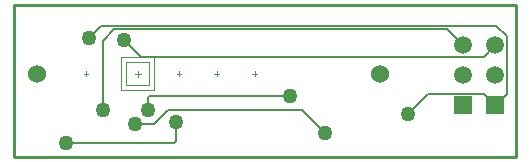
<source format=gbl>
G04 Layer_Physical_Order=2*
G04 Layer_Color=16711680*
%FSLAX44Y44*%
%MOMM*%
G71*
G01*
G75*
%ADD16C,0.2000*%
%ADD18C,0.1000*%
%ADD19C,0.2540*%
%ADD20C,0.0500*%
%ADD21C,1.5240*%
%ADD22C,1.5000*%
%ADD23R,1.5000X1.5000*%
%ADD24C,1.2700*%
D16*
X427500Y63100D02*
X437134Y72734D01*
Y121920D01*
X428647Y130407D02*
X437134Y121920D01*
X93831Y130407D02*
X428647D01*
X83312Y119888D02*
X93831Y130407D01*
X417740Y104140D02*
X427500Y113900D01*
X127762Y104140D02*
X417740D01*
X113030Y118872D02*
X127762Y104140D01*
X353748Y56060D02*
X370586Y72898D01*
X417702D01*
X427500Y63100D01*
X95250Y58843D02*
Y117856D01*
X104801Y127407D01*
X386493D01*
X400000Y113900D01*
X64000Y31500D02*
X155750D01*
X157250Y33000D01*
Y49000D01*
Y49342D01*
X122851Y47159D02*
X138500D01*
X150591Y59250D01*
X263584D01*
X283210Y39624D01*
X134500Y71000D02*
X254000D01*
X133250Y69750D02*
X134500Y71000D01*
X133250Y59250D02*
Y69750D01*
D18*
X81000Y88001D02*
Y92001D01*
X79000Y90001D02*
X83000D01*
X159750Y88000D02*
Y92000D01*
X157750Y90000D02*
X161750D01*
X191750Y88000D02*
Y92000D01*
X189750Y90000D02*
X193750D01*
X224000Y88000D02*
Y92000D01*
X222000Y90000D02*
X226000D01*
X134750Y80001D02*
Y100001D01*
X114750Y80001D02*
X134750D01*
X114750D02*
Y100001D01*
X134750D01*
X122250Y90001D02*
X127250D01*
X124750Y87500D02*
Y92501D01*
D19*
X20250Y148000D02*
X445000D01*
X445250Y52250D02*
Y116250D01*
X445000Y20000D02*
X445250Y20250D01*
X20500Y19750D02*
X445000D01*
X20250Y20000D02*
X20500Y19750D01*
X20250Y20000D02*
Y148000D01*
X445250Y20250D02*
Y52250D01*
Y116250D02*
Y148250D01*
D20*
X139000Y75750D02*
Y104251D01*
X110500Y75750D02*
X139000D01*
X110500D02*
Y104251D01*
X139000D01*
D21*
X330000Y90000D02*
D03*
X40000D02*
D03*
D22*
X427500Y113900D02*
D03*
Y88500D02*
D03*
X400000Y113900D02*
D03*
Y88500D02*
D03*
D23*
X427500Y63100D02*
D03*
X400000D02*
D03*
D24*
X83312Y119888D02*
D03*
X113030Y118872D02*
D03*
X353748Y56060D02*
D03*
X95250Y58843D02*
D03*
X283210Y39624D02*
D03*
X122851Y47159D02*
D03*
X157250Y49000D02*
D03*
X64000Y31500D02*
D03*
X254000Y71000D02*
D03*
X133250Y59250D02*
D03*
M02*

</source>
